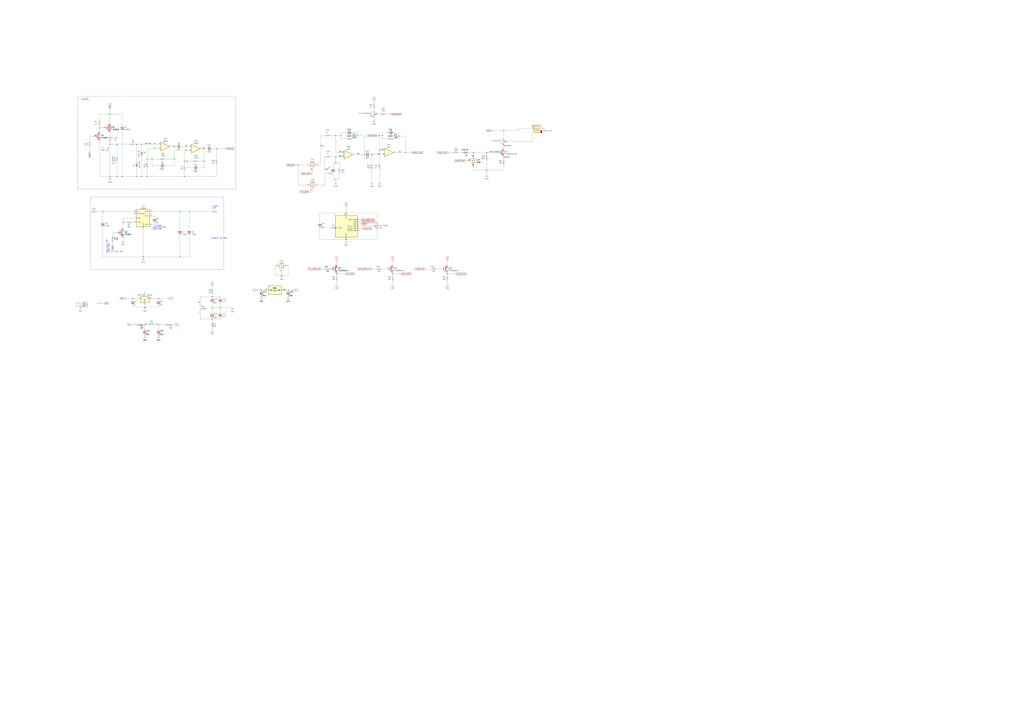
<source format=kicad_sch>
(kicad_sch (version 20211123) (generator eeschema)
  (paper "A0")
  (junction (at 391.16 318.135))
  (junction (at 246.38 357.505))
  (junction (at 471.17 177.165))
  (junction (at 176.53 184.785))
  (junction (at 401.955 278.13))
  (junction (at 462.915 158.115))
  (junction (at 246.38 344.805))
  (junction (at 565.15 177.165))
  (junction (at 127.635 205.105))
  (junction (at 255.905 357.505))
  (junction (at 202.565 184.785))
  (junction (at 154.305 346.71))
  (junction (at 127.635 167.64))
  (junction (at 440.69 157.48))
  (junction (at 549.91 177.165))
  (junction (at 389.89 208.28))
  (junction (at 246.38 370.84))
  (junction (at 135.89 167.64))
  (junction (at 334.645 337.185))
  (junction (at 389.89 189.23))
  (junction (at 440.69 174.625))
  (junction (at 135.89 205.105))
  (junction (at 166.37 298.45))
  (junction (at 565.15 197.485))
  (junction (at 443.865 157.48))
  (junction (at 251.46 172.72))
  (junction (at 119.38 245.745))
  (junction (at 184.15 377.19))
  (junction (at 519.43 318.135))
  (junction (at 213.995 205.105))
  (junction (at 236.855 172.72))
  (junction (at 327.025 320.04))
  (junction (at 389.89 182.245))
  (junction (at 414.655 157.48))
  (junction (at 303.53 337.185))
  (junction (at 236.855 187.325))
  (junction (at 213.995 187.325))
  (junction (at 389.89 157.48))
  (junction (at 164.465 167.64))
  (junction (at 168.275 356.87))
  (junction (at 208.915 298.45))
  (junction (at 142.24 205.105))
  (junction (at 401.955 247.65))
  (junction (at 93.345 355.6))
  (junction (at 431.8 179.705))
  (junction (at 217.17 187.325))
  (junction (at 584.835 151.765))
  (junction (at 219.71 245.745))
  (junction (at 127.635 132.715))
  (junction (at 202.565 170.18))
  (junction (at 422.91 179.705))
  (junction (at 164.465 205.105))
  (junction (at 158.75 167.64))
  (junction (at 170.815 184.785))
  (junction (at 158.75 205.105))
  (junction (at 346.075 191.77))
  (junction (at 170.815 205.105))
  (junction (at 455.93 318.135))
  (junction (at 208.915 245.745))
  (junction (at 395.605 157.48))
  (junction (at 115.57 148.59))
  (junction (at 168.275 377.19))
  (junction (at 142.875 258.445))
  (junction (at 184.15 346.71))
  (no_connect (at 417.195 267.97))
  (no_connect (at 617.855 146.685))
  (no_connect (at 156.21 248.285))
  (wire (pts (xy 434.34 117.475) (xy 434.34 119.38)))
  (wire (pts (xy 142.24 153.035) (xy 142.24 205.105)))
  (wire (pts (xy 127.635 127) (xy 127.635 132.715)))
  (wire (pts (xy 372.11 157.48) (xy 372.11 191.77)))
  (wire (pts (xy 251.46 172.72) (xy 261.62 172.72)))
  (wire (pts (xy 127.635 153.67) (xy 127.635 157.48)))
  (wire (pts (xy 440.69 197.485) (xy 440.69 212.09)))
  (wire (pts (xy 166.37 266.065) (xy 166.37 298.45)))
  (wire (pts (xy 223.52 194.945) (xy 217.17 194.945)))
  (wire (pts (xy 168.275 389.89) (xy 168.275 390.525)))
  (wire (pts (xy 246.38 370.84) (xy 232.41 370.84)))
  (wire (pts (xy 389.89 182.245) (xy 389.89 189.23)))
  (wire (pts (xy 386.715 189.23) (xy 389.89 189.23)))
  (wire (pts (xy 541.02 186.69) (xy 542.29 186.69)))
  (wire (pts (xy 127.635 205.105) (xy 127.635 206.375)))
  (wire (pts (xy 389.89 208.28) (xy 393.7 208.28)))
  (wire (pts (xy 236.855 172.72) (xy 234.95 172.72)))
  (wire (pts (xy 192.405 184.785) (xy 202.565 184.785)))
  (wire (pts (xy 120.015 148.59) (xy 115.57 148.59)))
  (wire (pts (xy 443.865 154.305) (xy 443.865 157.48)))
  (wire (pts (xy 549.91 177.165) (xy 549.91 179.07)))
  (wire (pts (xy 184.15 346.71) (xy 195.58 346.71)))
  (wire (pts (xy 401.955 278.13) (xy 401.955 280.035)))
  (wire (pts (xy 457.835 161.29) (xy 462.915 161.29)))
  (wire (pts (xy 176.53 184.785) (xy 176.53 192.405)))
  (wire (pts (xy 391.16 317.5) (xy 391.16 318.135)))
  (wire (pts (xy 422.91 157.48) (xy 414.655 157.48)))
  (polyline (pts (xy 259.715 313.055) (xy 105.41 313.055)))
  (wire (pts (xy 386.715 189.23) (xy 386.715 194.31)))
  (wire (pts (xy 417.195 260.35) (xy 419.1 260.35)))
  (wire (pts (xy 584.835 172.085) (xy 584.835 168.275)))
  (wire (pts (xy 384.175 312.42) (xy 383.54 312.42)))
  (wire (pts (xy 184.15 377.19) (xy 184.15 382.27)))
  (wire (pts (xy 142.875 265.43) (xy 142.875 258.445)))
  (wire (pts (xy 391.16 327.66) (xy 391.16 330.835)))
  (wire (pts (xy 246.38 342.265) (xy 246.38 344.805)))
  (wire (pts (xy 373.38 312.42) (xy 376.555 312.42)))
  (wire (pts (xy 464.82 318.135) (xy 455.93 318.135)))
  (wire (pts (xy 588.645 164.465) (xy 617.855 164.465)))
  (wire (pts (xy 118.11 352.425) (xy 120.015 352.425)))
  (wire (pts (xy 104.14 176.53) (xy 104.14 171.45)))
  (wire (pts (xy 471.17 177.165) (xy 471.17 158.115)))
  (wire (pts (xy 158.75 167.64) (xy 164.465 167.64)))
  (wire (pts (xy 438.15 247.65) (xy 401.955 247.65)))
  (wire (pts (xy 430.53 179.705) (xy 431.8 179.705)))
  (wire (pts (xy 455.93 327.66) (xy 455.93 330.835)))
  (wire (pts (xy 391.16 302.895) (xy 391.16 307.34)))
  (wire (pts (xy 360.045 222.885) (xy 362.585 222.885)))
  (wire (pts (xy 417.195 257.81) (xy 419.1 257.81)))
  (polyline (pts (xy 259.715 229.235) (xy 259.715 313.055)))
  (wire (pts (xy 346.075 191.77) (xy 354.965 191.77)))
  (wire (pts (xy 443.865 174.625) (xy 440.69 174.625)))
  (wire (pts (xy 198.12 377.19) (xy 202.565 377.19)))
  (wire (pts (xy 142.875 258.445) (xy 146.05 258.445)))
  (wire (pts (xy 471.17 177.165) (xy 477.52 177.165)))
  (wire (pts (xy 115.57 163.195) (xy 115.57 205.105)))
  (wire (pts (xy 208.915 245.745) (xy 208.915 266.065)))
  (wire (pts (xy 393.7 208.28) (xy 393.7 201.93)))
  (wire (pts (xy 115.57 148.59) (xy 115.57 153.035)))
  (wire (pts (xy 455.93 302.895) (xy 455.93 307.34)))
  (wire (pts (xy 153.035 377.19) (xy 156.845 377.19)))
  (wire (pts (xy 438.15 278.13) (xy 401.955 278.13)))
  (wire (pts (xy 299.085 337.185) (xy 303.53 337.185)))
  (wire (pts (xy 327.025 316.865) (xy 327.025 320.04)))
  (wire (pts (xy 93.345 355.6) (xy 93.345 356.87)))
  (wire (pts (xy 431.8 179.705) (xy 443.865 179.705)))
  (wire (pts (xy 168.275 377.19) (xy 168.275 382.27)))
  (wire (pts (xy 184.785 192.405) (xy 176.53 192.405)))
  (wire (pts (xy 384.175 157.48) (xy 389.89 157.48)))
  (wire (pts (xy 422.91 179.705) (xy 422.91 157.48)))
  (wire (pts (xy 119.38 245.745) (xy 156.21 245.745)))
  (wire (pts (xy 192.405 192.405) (xy 202.565 192.405)))
  (wire (pts (xy 184.15 389.89) (xy 184.15 390.525)))
  (wire (pts (xy 142.24 132.715) (xy 127.635 132.715)))
  (wire (pts (xy 158.75 205.105) (xy 164.465 205.105)))
  (wire (pts (xy 395.605 161.29) (xy 401.955 161.29)))
  (wire (pts (xy 154.305 355.6) (xy 154.305 356.87)))
  (wire (pts (xy 565.15 197.485) (xy 565.15 203.2)))
  (polyline (pts (xy 273.685 219.71) (xy 273.685 111.76)))
  (wire (pts (xy 231.14 194.945) (xy 236.855 194.945)))
  (wire (pts (xy 246.38 344.805) (xy 246.38 345.44)))
  (polyline (pts (xy 223.52 111.76) (xy 90.17 111.76)))
  (wire (pts (xy 146.685 346.71) (xy 154.305 346.71)))
  (wire (pts (xy 334.645 309.245) (xy 334.645 320.04)))
  (wire (pts (xy 391.16 318.135) (xy 391.16 320.04)))
  (wire (pts (xy 565.15 177.165) (xy 577.215 177.165)))
  (wire (pts (xy 409.575 161.29) (xy 414.655 161.29)))
  (wire (pts (xy 246.38 370.205) (xy 246.38 370.84)))
  (wire (pts (xy 434.34 136.525) (xy 434.34 139.7)))
  (wire (pts (xy 135.89 205.105) (xy 142.24 205.105)))
  (wire (pts (xy 183.515 377.19) (xy 184.15 377.19)))
  (wire (pts (xy 255.905 345.44) (xy 255.905 344.805)))
  (wire (pts (xy 434.34 127) (xy 434.34 128.905)))
  (wire (pts (xy 414.655 157.48) (xy 414.655 154.305)))
  (wire (pts (xy 127.635 167.64) (xy 127.635 172.72)))
  (wire (pts (xy 443.865 157.48) (xy 443.865 161.29)))
  (wire (pts (xy 127.635 165.1) (xy 127.635 167.64)))
  (wire (pts (xy 354.965 215.265) (xy 346.075 215.265)))
  (wire (pts (xy 395.605 154.305) (xy 395.605 157.48)))
  (wire (pts (xy 617.855 151.765) (xy 617.855 164.465)))
  (wire (pts (xy 303.53 344.805) (xy 303.53 345.44)))
  (wire (pts (xy 440.69 157.48) (xy 443.865 157.48)))
  (wire (pts (xy 142.875 253.365) (xy 156.21 253.365)))
  (wire (pts (xy 507.365 312.42) (xy 511.81 312.42)))
  (wire (pts (xy 246.38 383.54) (xy 246.38 381.635)))
  (wire (pts (xy 130.81 270.51) (xy 130.81 273.685)))
  (wire (pts (xy 448.945 132.715) (xy 452.755 132.715)))
  (wire (pts (xy 127.635 205.105) (xy 115.57 205.105)))
  (wire (pts (xy 334.645 337.185) (xy 340.36 337.185)))
  (wire (pts (xy 602.615 149.225) (xy 602.615 151.765)))
  (wire (pts (xy 584.835 182.245) (xy 584.835 184.785)))
  (wire (pts (xy 164.465 205.105) (xy 170.815 205.105)))
  (wire (pts (xy 565.15 197.485) (xy 584.835 197.485)))
  (wire (pts (xy 549.91 194.31) (xy 549.91 197.485)))
  (wire (pts (xy 401.955 247.65) (xy 371.475 247.65)))
  (wire (pts (xy 202.565 184.785) (xy 202.565 192.405)))
  (wire (pts (xy 164.465 377.19) (xy 168.275 377.19)))
  (wire (pts (xy 565.15 187.325) (xy 565.15 197.485)))
  (wire (pts (xy 119.38 264.795) (xy 119.38 298.45)))
  (wire (pts (xy 246.38 332.74) (xy 246.38 334.645)))
  (wire (pts (xy 532.765 177.165) (xy 536.575 177.165)))
  (polyline (pts (xy 105.41 313.055) (xy 105.41 229.235)))
  (wire (pts (xy 142.24 145.415) (xy 142.24 132.715)))
  (wire (pts (xy 92.71 355.6) (xy 93.345 355.6)))
  (wire (pts (xy 176.53 184.785) (xy 184.785 184.785)))
  (wire (pts (xy 157.48 167.64) (xy 158.75 167.64)))
  (wire (pts (xy 438.15 132.715) (xy 441.325 132.715)))
  (wire (pts (xy 377.19 215.265) (xy 370.205 215.265)))
  (wire (pts (xy 202.565 170.18) (xy 202.565 184.785)))
  (wire (pts (xy 135.89 180.975) (xy 135.89 167.64)))
  (wire (pts (xy 462.915 154.305) (xy 462.915 158.115)))
  (wire (pts (xy 371.475 278.13) (xy 401.955 278.13)))
  (wire (pts (xy 255.905 353.06) (xy 255.905 357.505)))
  (wire (pts (xy 346.075 191.77) (xy 346.075 215.265)))
  (wire (pts (xy 153.67 258.445) (xy 156.21 258.445)))
  (wire (pts (xy 462.915 158.115) (xy 471.17 158.115)))
  (wire (pts (xy 443.865 312.42) (xy 448.31 312.42)))
  (wire (pts (xy 184.15 356.87) (xy 168.275 356.87)))
  (wire (pts (xy 154.305 346.71) (xy 154.305 347.98)))
  (wire (pts (xy 303.53 337.185) (xy 306.705 337.185)))
  (wire (pts (xy 334.645 344.805) (xy 334.645 345.44)))
  (wire (pts (xy 528.32 318.135) (xy 519.43 318.135)))
  (wire (pts (xy 208.915 273.685) (xy 208.915 298.45)))
  (wire (pts (xy 213.995 198.755) (xy 213.995 205.105)))
  (wire (pts (xy 236.855 172.72) (xy 236.855 187.325)))
  (wire (pts (xy 213.995 175.26) (xy 213.995 187.325)))
  (wire (pts (xy 400.05 318.135) (xy 391.16 318.135)))
  (wire (pts (xy 219.71 273.685) (xy 219.71 298.45)))
  (polyline (pts (xy 223.52 111.76) (xy 273.685 111.76)))
  (wire (pts (xy 170.815 184.785) (xy 176.53 184.785)))
  (wire (pts (xy 127.635 175.26) (xy 127.635 205.105)))
  (wire (pts (xy 170.815 172.72) (xy 184.15 172.72)))
  (wire (pts (xy 602.615 149.225) (xy 617.855 149.225)))
  (wire (pts (xy 104.14 158.115) (xy 107.95 158.115)))
  (wire (pts (xy 142.875 258.445) (xy 142.875 253.365)))
  (wire (pts (xy 565.15 177.165) (xy 565.15 179.705)))
  (wire (pts (xy 377.19 182.245) (xy 377.19 215.265)))
  (wire (pts (xy 414.655 157.48) (xy 414.655 161.29)))
  (polyline (pts (xy 105.41 229.235) (xy 109.855 229.235)))
  (wire (pts (xy 255.905 370.205) (xy 255.905 370.84)))
  (wire (pts (xy 130.81 281.305) (xy 130.81 284.48)))
  (wire (pts (xy 376.555 157.48) (xy 372.11 157.48)))
  (wire (pts (xy 440.69 174.625) (xy 440.69 157.48)))
  (wire (pts (xy 184.15 346.71) (xy 184.15 347.98)))
  (wire (pts (xy 443.865 161.29) (xy 450.215 161.29)))
  (wire (pts (xy 319.405 320.04) (xy 327.025 320.04)))
  (wire (pts (xy 246.38 357.505) (xy 246.38 362.585)))
  (wire (pts (xy 389.89 182.245) (xy 396.875 182.245)))
  (wire (pts (xy 217.17 187.325) (xy 217.17 194.945)))
  (wire (pts (xy 176.53 260.985) (xy 179.705 260.985)))
  (wire (pts (xy 213.995 175.26) (xy 219.71 175.26)))
  (wire (pts (xy 247.015 172.72) (xy 251.46 172.72)))
  (wire (pts (xy 219.71 245.745) (xy 219.71 266.065)))
  (wire (pts (xy 164.465 167.64) (xy 184.15 167.64)))
  (wire (pts (xy 184.15 355.6) (xy 184.15 356.87)))
  (wire (pts (xy 549.91 197.485) (xy 565.15 197.485)))
  (wire (pts (xy 544.195 177.165) (xy 549.91 177.165)))
  (wire (pts (xy 432.435 312.42) (xy 436.245 312.42)))
  (wire (pts (xy 164.465 174.625) (xy 164.465 167.64)))
  (wire (pts (xy 111.76 245.745) (xy 119.38 245.745)))
  (wire (pts (xy 170.815 184.785) (xy 170.815 188.595)))
  (wire (pts (xy 438.15 259.08) (xy 438.15 247.65)))
  (wire (pts (xy 389.89 157.48) (xy 395.605 157.48)))
  (wire (pts (xy 371.475 265.43) (xy 371.475 278.13)))
  (wire (pts (xy 92.71 352.425) (xy 94.615 352.425)))
  (wire (pts (xy 202.565 170.18) (xy 203.835 170.18)))
  (wire (pts (xy 269.875 357.505) (xy 255.905 357.505)))
  (wire (pts (xy 166.37 298.45) (xy 166.37 299.72)))
  (wire (pts (xy 386.715 208.28) (xy 389.89 208.28)))
  (wire (pts (xy 213.995 187.325) (xy 213.995 191.135)))
  (wire (pts (xy 213.995 205.105) (xy 170.815 205.105)))
  (wire (pts (xy 213.995 187.325) (xy 217.17 187.325)))
  (wire (pts (xy 450.215 154.305) (xy 443.865 154.305)))
  (wire (pts (xy 170.815 196.215) (xy 170.815 205.105)))
  (wire (pts (xy 519.43 317.5) (xy 519.43 318.135)))
  (wire (pts (xy 572.135 151.765) (xy 584.835 151.765)))
  (wire (pts (xy 119.38 245.745) (xy 119.38 257.175)))
  (wire (pts (xy 494.03 312.42) (xy 499.745 312.42)))
  (wire (pts (xy 412.115 179.705) (xy 422.91 179.705)))
  (wire (pts (xy 93.345 355.6) (xy 94.615 355.6)))
  (wire (pts (xy 255.905 357.505) (xy 246.38 357.505)))
  (polyline (pts (xy 90.17 219.71) (xy 273.685 219.71)))
  (wire (pts (xy 462.915 154.305) (xy 457.835 154.305)))
  (wire (pts (xy 251.46 191.77) (xy 251.46 205.105)))
  (wire (pts (xy 459.105 177.165) (xy 471.17 177.165)))
  (wire (pts (xy 389.89 212.09) (xy 389.89 208.28)))
  (wire (pts (xy 401.955 240.665) (xy 401.955 247.65)))
  (wire (pts (xy 179.705 252.095) (xy 179.705 250.825)))
  (wire (pts (xy 135.89 188.595) (xy 135.89 205.105)))
  (wire (pts (xy 519.43 302.895) (xy 519.43 307.34)))
  (wire (pts (xy 431.8 197.485) (xy 431.8 212.09)))
  (wire (pts (xy 115.57 146.685) (xy 115.57 148.59)))
  (wire (pts (xy 232.41 344.805) (xy 246.38 344.805)))
  (wire (pts (xy 158.75 195.58) (xy 158.75 205.105)))
  (wire (pts (xy 414.655 154.305) (xy 409.575 154.305)))
  (wire (pts (xy 217.17 187.325) (xy 222.885 187.325)))
  (wire (pts (xy 521.335 177.165) (xy 525.145 177.165)))
  (wire (pts (xy 431.8 179.705) (xy 431.8 189.865)))
  (wire (pts (xy 255.905 344.805) (xy 246.38 344.805)))
  (wire (pts (xy 455.93 317.5) (xy 455.93 318.135)))
  (wire (pts (xy 255.905 357.505) (xy 255.905 362.585)))
  (wire (pts (xy 396.875 177.165) (xy 389.89 177.165)))
  (wire (pts (xy 236.855 187.325) (xy 236.855 194.945)))
  (wire (pts (xy 584.835 151.765) (xy 602.615 151.765)))
  (wire (pts (xy 401.955 154.305) (xy 395.605 154.305)))
  (wire (pts (xy 384.81 182.245) (xy 389.89 182.245)))
  (wire (pts (xy 584.835 192.405) (xy 584.835 197.485)))
  (wire (pts (xy 176.53 245.745) (xy 208.915 245.745)))
  (wire (pts (xy 389.89 177.165) (xy 389.89 157.48)))
  (wire (pts (xy 440.69 174.625) (xy 440.69 189.865)))
  (wire (pts (xy 439.42 157.48) (xy 440.69 157.48)))
  (wire (pts (xy 202.565 170.18) (xy 199.39 170.18)))
  (wire (pts (xy 417.195 255.27) (xy 419.1 255.27)))
  (wire (pts (xy 127.635 132.715) (xy 127.635 143.51)))
  (wire (pts (xy 166.37 298.45) (xy 208.915 298.45)))
  (wire (pts (xy 208.915 298.45) (xy 219.71 298.45)))
  (wire (pts (xy 211.455 170.18) (xy 219.71 170.18)))
  (wire (pts (xy 154.305 356.87) (xy 168.275 356.87)))
  (wire (pts (xy 246.38 370.84) (xy 246.38 374.015)))
  (wire (pts (xy 417.195 262.89) (xy 434.34 262.89)))
  (wire (pts (xy 158.75 187.96) (xy 158.75 167.64)))
  (wire (pts (xy 230.505 187.325) (xy 236.855 187.325)))
  (wire (pts (xy 115.57 139.065) (xy 115.57 132.715)))
  (wire (pts (xy 232.41 344.805) (xy 232.41 349.25)))
  (wire (pts (xy 255.905 370.84) (xy 246.38 370.84)))
  (wire (pts (xy 584.835 151.765) (xy 584.835 160.655)))
  (wire (pts (xy 179.705 250.825) (xy 176.53 250.825)))
  (wire (pts (xy 127.635 205.105) (xy 135.89 205.105)))
  (wire (pts (xy 119.38 298.45) (xy 166.37 298.45)))
  (wire (pts (xy 236.855 172.72) (xy 239.395 172.72)))
  (wire (pts (xy 455.93 318.135) (xy 455.93 320.04)))
  (wire (pts (xy 462.915 158.115) (xy 462.915 161.29)))
  (wire (pts (xy 417.195 265.43) (xy 419.735 265.43)))
  (wire (pts (xy 142.875 275.59) (xy 142.875 279.4)))
  (wire (pts (xy 184.15 377.19) (xy 190.5 377.19)))
  (wire (pts (xy 175.895 346.71) (xy 184.15 346.71)))
  (wire (pts (xy 438.15 266.7) (xy 438.15 278.13)))
  (wire (pts (xy 319.405 309.245) (xy 319.405 320.04)))
  (wire (pts (xy 170.815 172.72) (xy 170.815 184.785)))
  (wire (pts (xy 154.305 346.71) (xy 160.655 346.71)))
  (wire (pts (xy 115.57 132.715) (xy 127.635 132.715)))
  (polyline (pts (xy 109.855 229.235) (xy 259.715 229.235)))
  (wire (pts (xy 213.995 205.105) (xy 251.46 205.105)))
  (wire (pts (xy 372.11 191.77) (xy 370.205 191.77)))
  (wire (pts (xy 549.91 177.165) (xy 565.15 177.165)))
  (wire (pts (xy 219.71 245.745) (xy 246.38 245.745)))
  (wire (pts (xy 251.46 172.72) (xy 251.46 184.15)))
  (wire (pts (xy 386.715 201.93) (xy 386.715 208.28)))
  (wire (pts (xy 389.89 189.23) (xy 393.7 189.23)))
  (wire (pts (xy 179.705 259.715) (xy 179.705 260.985)))
  (wire (pts (xy 342.9 191.77) (xy 346.075 191.77)))
  (wire (pts (xy 246.38 353.06) (xy 246.38 357.505)))
  (wire (pts (xy 135.255 270.51) (xy 130.81 270.51)))
  (wire (pts (xy 519.43 327.66) (xy 519.43 330.835)))
  (polyline (pts (xy 90.17 111.76) (xy 90.17 219.71)))
  (wire (pts (xy 164.465 182.245) (xy 164.465 205.105)))
  (wire (pts (xy 135.89 167.64) (xy 149.86 167.64)))
  (wire (pts (xy 232.41 370.84) (xy 232.41 364.49)))
  (wire (pts (xy 127.635 167.64) (xy 135.89 167.64)))
  (wire (pts (xy 142.24 205.105) (xy 158.75 205.105)))
  (wire (pts (xy 104.14 158.115) (xy 104.14 163.83)))
  (wire (pts (xy 327.025 320.04) (xy 334.645 320.04)))
  (wire (pts (xy 519.43 318.135) (xy 519.43 320.04)))
  (wire (pts (xy 393.7 194.31) (xy 393.7 189.23)))
  (wire (pts (xy 362.585 199.39) (xy 362.585 201.93)))
  (wire (pts (xy 208.915 245.745) (xy 219.71 245.745)))
  (wire (pts (xy 395.605 157.48) (xy 395.605 161.29)))
  (wire (pts (xy 332.105 337.185) (xy 334.645 337.185)))
  (wire (pts (xy 168.275 354.33) (xy 168.275 356.87)))
  (wire (pts (xy 371.475 247.65) (xy 371.475 257.81)))
  (text "V+, 1KHz, 5%\n\n" (at 128.905 295.275 0) (effects (font (size 1.27 1.27)) (justify left bottom)))
  (text "Amplifier" (at 94.615 116.205 0) (effects (font (size 1.27 1.27)) (justify left bottom)))
  (text "Keep away from \nsignal path" (at 127 294.005 90) (effects (font (size 1.27 1.27)) (justify left bottom)))
  (text "ceramic" (at 180.34 262.89 0) (effects (font (size 1.27 1.27)) (justify left bottom)))
  (text "Tantalum, low ESR" (at 245.11 277.495 0) (effects (font (size 1.27 1.27)) (justify left bottom)))
  (text "Keep away from \nsignal path" (at 177.165 266.7 0) (effects (font (size 1.27 1.27)) (justify left bottom)))
  (text "~ -4.65V\n~ 2mA" (at 244.475 242.57 0) (effects (font (size 1.27 1.27)) (justify left bottom)))
  (text "+5V\n" (at 106.68 243.205 0) (effects (font (size 1.27 1.27)) (justify left bottom)))
  (label "A" (at 200.66 170.18 0))
  (label "A2+" (at 438.15 179.705 0))
  (label "B2+" (at 393.7 182.245 0))
  (label "B2" (at 414.655 179.705 0))
  (label "raw sig" (at 168.275 167.64 0))
  (label "emitter" (at 584.835 183.515 0))
  (label "out2" (at 377.19 197.485 0))
  (label "B+" (at 215.265 170.18 0))
  (label "A2-" (at 441.96 174.625 0))
  (label "out1" (at 372.11 170.18 0))
  (label "A+" (at 178.435 167.64 0))
  (label "B2-" (at 393.7 177.165 0))
  (label "A-" (at 178.435 172.72 0))
  (label "A2" (at 462.915 177.165 0))
  (label "collector" (at 584.835 170.18 0))
  (label "B" (at 235.585 172.72 0))
  (label "drlng-base" (at 568.325 177.165 0))
  (label "B-" (at 215.265 175.26 0))
  (global_label "EFE_SAMP_PIN" (shape input) (at 419.1 255.27 0) (property "Intersheet References" "${INTERSHEET_REFS}" (effects hide)))
  (global_label "THRESHOLD" (shape input) (at 439.42 157.48 180) (property "Intersheet References" "${INTERSHEET_REFS}" (effects hide)))
  (global_label "BAT+" (shape input) (at 146.685 346.71 180) (property "Intersheet References" "${INTERSHEET_REFS}" (effects hide)))
  (global_label "THRESHOLD" (shape input) (at 452.755 132.715 0) (property "Intersheet References" "${INTERSHEET_REFS}" (effects hide)))
  (global_label "MAIN_SAMP" (shape input) (at 464.82 318.135 0) (property "Intersheet References" "${INTERSHEET_REFS}" (effects hide)))
  (global_label "V-" (shape input) (at 455.93 330.835 270) (property "Intersheet References" "${INTERSHEET_REFS}" (effects hide)))
  (global_label "PWM" (shape input) (at 130.81 284.48 270) (property "Intersheet References" "${INTERSHEET_REFS}" (effects hide)))
  (global_label "EFE_SAMP" (shape input) (at 400.05 318.135 0) (property "Intersheet References" "${INTERSHEET_REFS}" (effects hide)))
  (global_label "MAIN_SAMP_PIN" (shape input) (at 432.435 312.42 180) (property "Intersheet References" "${INTERSHEET_REFS}" (effects hide)))
  (global_label "AMP_SIG" (shape input) (at 261.62 172.72 0) (property "Intersheet References" "${INTERSHEET_REFS}" (effects hide)))
  (global_label "AUDIO_PIN" (shape input) (at 494.03 312.42 180) (property "Intersheet References" "${INTERSHEET_REFS}" (effects hide)))
  (global_label "EFE_SAMP_PIN" (shape input) (at 373.38 312.42 180) (property "Intersheet References" "${INTERSHEET_REFS}" (effects hide)))
  (global_label "V+" (shape input) (at 246.38 332.74 90) (property "Intersheet References" "${INTERSHEET_REFS}" (effects hide)))
  (global_label "AUDIO_PWM" (shape input) (at 528.32 318.135 0) (property "Intersheet References" "${INTERSHEET_REFS}" (effects hide)))
  (global_label "V-" (shape input) (at 299.085 337.185 180) (property "Intersheet References" "${INTERSHEET_REFS}" (effects hide)))
  (global_label "RESULT_OUT" (shape input) (at 477.52 177.165 0) (property "Intersheet References" "${INTERSHEET_REFS}" (effects hide)))
  (global_label "BAT+" (shape input) (at 127.635 127 90) (property "Intersheet References" "${INTERSHEET_REFS}" (effects hide)))
  (global_label "V+" (shape input) (at 111.76 245.745 180) (property "Intersheet References" "${INTERSHEET_REFS}" (effects hide)))
  (global_label "PWM" (shape input) (at 104.14 176.53 270) (property "Intersheet References" "${INTERSHEET_REFS}" (effects hide)))
  (global_label "MAIN_SAMP_PIN" (shape input) (at 419.1 257.81 0) (property "Intersheet References" "${INTERSHEET_REFS}" (effects hide)))
  (global_label "PWM" (shape input) (at 419.1 260.35 0) (property "Intersheet References" "${INTERSHEET_REFS}" (effects hide)))
  (global_label "MAIN_SAMP" (shape input) (at 362.585 201.93 180) (property "Intersheet References" "${INTERSHEET_REFS}" (effects hide)))
  (global_label "V+" (shape input) (at 391.16 302.895 90) (property "Intersheet References" "${INTERSHEET_REFS}" (effects hide)))
  (global_label "V-" (shape input) (at 519.43 330.835 270) (property "Intersheet References" "${INTERSHEET_REFS}" (effects hide)))
  (global_label "V+" (shape input) (at 401.955 240.665 90) (property "Intersheet References" "${INTERSHEET_REFS}" (effects hide)))
  (global_label "V-" (shape input) (at 202.565 377.19 0) (property "Intersheet References" "${INTERSHEET_REFS}" (effects hide)))
  (global_label "BAT+" (shape input) (at 572.135 151.765 180) (property "Intersheet References" "${INTERSHEET_REFS}" (effects hide)))
  (global_label "V+" (shape input) (at 153.035 377.19 180) (property "Intersheet References" "${INTERSHEET_REFS}" (effects hide)))
  (global_label "BAT-" (shape input) (at 94.615 355.6 0) (property "Intersheet References" "${INTERSHEET_REFS}" (effects hide)))
  (global_label "RESULT_OUT" (shape input) (at 521.335 177.165 180) (property "Intersheet References" "${INTERSHEET_REFS}" (effects hide)))
  (global_label "AUDIO_PIN" (shape input) (at 419.735 265.43 0) (property "Intersheet References" "${INTERSHEET_REFS}" (effects hide)))
  (global_label "V+" (shape input) (at 340.36 337.185 0) (property "Intersheet References" "${INTERSHEET_REFS}" (effects hide)))
  (global_label "PWM" (shape input) (at 120.015 352.425 0) (property "Intersheet References" "${INTERSHEET_REFS}" (effects hide)))
  (global_label "AUDIO_PWM" (shape input) (at 541.02 186.69 180) (property "Intersheet References" "${INTERSHEET_REFS}" (effects hide)))
  (global_label "AMP_SIG" (shape input) (at 342.9 191.77 180) (property "Intersheet References" "${INTERSHEET_REFS}" (effects hide)))
  (global_label "V+" (shape input) (at 519.43 302.895 90) (property "Intersheet References" "${INTERSHEET_REFS}" (effects hide)))
  (global_label "V+" (shape input) (at 455.93 302.895 90) (property "Intersheet References" "${INTERSHEET_REFS}" (effects hide)))
  (global_label "V-" (shape input) (at 246.38 245.745 0) (property "Intersheet References" "${INTERSHEET_REFS}" (effects hide)))
  (global_label "V+" (shape input) (at 195.58 346.71 0) (property "Intersheet References" "${INTERSHEET_REFS}" (effects hide)))
  (global_label "V-" (shape input) (at 246.38 383.54 270) (property "Intersheet References" "${INTERSHEET_REFS}" (effects hide)))
  (global_label "EFE_SAMP" (shape input) (at 360.045 222.885 180) (property "Intersheet References" "${INTERSHEET_REFS}" (effects hide)))
  (global_label "BAT+" (shape input) (at 94.615 352.425 0) (property "Intersheet References" "${INTERSHEET_REFS}" (effects hide)))
  (global_label "V-" (shape input) (at 434.34 117.475 90) (property "Intersheet References" "${INTERSHEET_REFS}" (effects hide)))
  (global_label "V-" (shape input) (at 391.16 330.835 270) (property "Intersheet References" "${INTERSHEET_REFS}" (effects hide)))
  (symbol (lib_id "Connector:Conn_01x01_Female") (at 87.63 352.425 180) (unit 1)
    (property "Reference" "J2" (effects hide))
    (property "Value" "BAT+" (effects hide))
    (property "Footprint" "Connector_Wire:SolderWirePad_1x01_SMD_2x4mm" (effects hide))
  )
  (symbol (lib_id "Device:R_US") (at 251.46 187.96 0) (mirror x) (unit 1)
    (property "Reference" "R28" (at 245.745 186.69 0) (effects (justify left)))
    (property "Value" "10k" (at 245.745 189.23 0) (effects (justify left)))
    (property "Footprint" "Resistor_SMD:R_0805_2012Metric" (effects hide))
  )
  (symbol (lib_id "4xxx:4066") (at 319.405 337.185 270) (mirror x) (unit 5)
    (property "Reference" "U4" (at 321.31 337.4201 90) (effects (justify right)))
    (property "Value" "4066" (at 321.31 334.645 90) (effects (justify right)))
    (property "Footprint" "Package_SO:SO-14_3.9x8.65mm_P1.27mm" (effects hide))
    (property "Datasheet" "http://www.ti.com/lit/ds/symlink/cd4066b.pdf" (effects hide))
  )
  (symbol (lib_id "Device:R_US") (at 213.995 194.945 0) (mirror x) (unit 1)
    (property "Reference" "R7" (at 209.55 196.215 0) (effects (justify left)))
    (property "Value" "1k" (at 209.55 193.675 0) (effects (justify left)))
    (property "Footprint" "Resistor_SMD:R_0805_2012Metric" (effects hide))
  )
  (symbol (lib_id "Device:R_US") (at 454.025 161.29 270) (mirror x) (unit 1)
    (property "Reference" "R22" (at 457.2 156.845 90) (effects (justify left)))
    (property "Value" "100k" (at 457.2 159.385 90) (effects (justify left)))
    (property "Footprint" "Resistor_SMD:R_0805_2012Metric" (effects hide))
  )
  (symbol (lib_id "!my-kicad-library:2N3906_2A") (at 453.39 312.42 0) (mirror x) (unit 1)
    (property "Reference" "Q5" (at 458.2414 311.5115 0) (effects (justify left)))
    (property "Value" "2N3906_2A" (at 458.2414 314.2866 0) (effects (justify left)))
    (property "Footprint" "Package_TO_SOT_SMD:SOT-23" (effects hide))
    (property "Datasheet" "https://www.onsemi.com/pdf/datasheet/pzt3906-d.pdf" (effects hide))
  )
  (symbol (lib_id "Device:R_US") (at 393.7 198.12 0) (mirror y) (unit 1)
    (property "Reference" "R17" (at 400.05 200.025 0) (effects (justify left)))
    (property "Value" "220k" (at 400.05 197.485 0) (effects (justify left)))
    (property "Footprint" "Resistor_SMD:R_0805_2012Metric" (effects hide))
  )
  (symbol (lib_id "Device:R_US") (at 405.765 161.29 270) (mirror x) (unit 1)
    (property "Reference" "R18" (at 408.94 156.845 90) (effects (justify left)))
    (property "Value" "220k" (at 408.94 159.385 90) (effects (justify left)))
    (property "Footprint" "Resistor_SMD:R_0805_2012Metric" (effects hide))
  )
  (symbol (lib_id "Amplifier_Operational:OP275") (at 227.33 172.72 0) (unit 2)
    (property "Reference" "U3" (at 227.33 163.6735 0))
    (property "Value" "LM833" (at 227.33 166.4486 0))
    (property "Footprint" "Package_SO:SOIC-8_3.9x4.9mm_P1.27mm" (effects hide))
    (property "Datasheet" "https://www.analog.com/media/en/technical-documentation/data-sheets/OP275.pdf" (effects hide))
  )
  (symbol (lib_id "Device:C") (at 184.15 386.08 0) (unit 1)
    (property "Reference" "C23" (at 186.055 384.175 0) (effects (justify left)))
    (property "Value" "100n" (at 184.785 388.62 0) (effects (justify left)))
    (property "Footprint" "Capacitor_SMD:C_1206_3216Metric" (effects hide))
  )
  (symbol (lib_id "Device:R_Potentiometer_US") (at 584.835 164.465 0) (unit 1)
    (property "Reference" "RV_VOLUME1" (at 583.184 163.5564 0) (effects (justify right)))
    (property "Value" "1k" (at 583.184 166.3316 0) (effects (justify right)))
    (property "Footprint" "Connector_JST:JST_EH_B3B-EH-A_1x03_P2.50mm_Vertical" (effects hide))
  )
  (symbol (lib_id "Device:C_Polarized_US") (at 142.24 149.225 0) (unit 1)
    (property "Reference" "C4" (at 145.161 147.6815 0) (effects (justify left)))
    (property "Value" "1000u" (at 145.161 150.4566 0) (effects (justify left)))
    (property "Footprint" "Capacitor_THT:CP_Radial_D10.0mm_P5.00mm" (effects hide))
  )
  (symbol (lib_id "Connector:AudioJack3") (at 622.935 149.225 0) (mirror y) (unit 1)
    (property "Reference" "J5" (at 630.047 148.9515 0) (effects (justify right)))
    (property "Value" "AudioJack3" (at 630.047 151.7266 0) (effects (justify right)))
    (property "Footprint" "!my-kicad-library:audio-jack" (effects hide))
  )
  (symbol (lib_id "Device:R_US") (at 135.89 184.785 180) (unit 1)
    (property "Reference" "R_DAMP1" (at 133.35 181.61 90) (effects (justify left)))
    (property "Value" "1k 0.25W+" (at 130.81 180.34 90) (effects (justify left)))
    (property "Footprint" "Resistor_THT:R_Axial_DIN0207_L6.3mm_D2.5mm_P10.16mm_Horizontal" (effects hide))
  )
  (symbol (lib_id "Device:R_US") (at 519.43 323.85 0) (mirror y) (unit 1)
    (property "Reference" "R27" (at 517.525 321.945 0) (effects (justify left)))
    (property "Value" "10k" (at 517.525 324.485 0) (effects (justify left)))
    (property "Footprint" "Resistor_SMD:R_0805_2012Metric" (effects hide))
  )
  (symbol (lib_id "Device:C") (at 188.595 192.405 90) (unit 1)
    (property "Reference" "C6" (at 189.865 188.595 90) (effects (justify left)))
    (property "Value" "100pF" (at 191.135 196.215 90) (effects (justify left)))
    (property "Footprint" "Capacitor_SMD:C_1206_3216Metric" (effects hide))
  )
  (symbol (lib_id "Device:R_US") (at 194.31 377.19 270) (mirror x) (unit 1)
    (property "Reference" "R33" (at 196.215 378.46 90) (effects (justify left)))
    (property "Value" "100" (at 196.215 381 90) (effects (justify left)))
    (property "Footprint" "Resistor_SMD:R_0805_2012Metric" (effects hide))
  )
  (symbol (lib_id "power:GND") (at 127.635 206.375 0) (unit 1)
    (property "Reference" "#PWR02" (effects hide))
    (property "Value" "GND" (at 127.635 211.455 0))
  )
  (symbol (lib_id "Device:C") (at 405.765 154.305 90) (unit 1)
    (property "Reference" "C18" (at 407.035 150.495 90) (effects (justify left)))
    (property "Value" "470nF" (at 408.305 158.115 90) (effects (justify left)))
    (property "Footprint" "Capacitor_SMD:C_1206_3216Metric" (effects hide))
  )
  (symbol (lib_id "Device:C") (at 207.645 170.18 90) (unit 1)
    (property "Reference" "C9" (at 208.915 166.37 90) (effects (justify left)))
    (property "Value" "470nF" (at 210.185 173.99 90) (effects (justify left)))
    (property "Footprint" "Capacitor_SMD:C_1206_3216Metric" (effects hide))
  )
  (symbol (lib_id "!my-kicad-library:2N3906_2A") (at 516.89 312.42 0) (mirror x) (unit 1)
    (property "Reference" "Q6" (at 521.7414 311.5115 0) (effects (justify left)))
    (property "Value" "2N3906_2A" (at 521.7414 314.2866 0) (effects (justify left)))
    (property "Footprint" "Package_TO_SOT_SMD:SOT-23" (effects hide))
    (property "Datasheet" "https://www.onsemi.com/pdf/datasheet/pzt3906-d.pdf" (effects hide))
  )
  (symbol (lib_id "Amplifier_Operational:LM358") (at 404.495 179.705 0) (mirror x) (unit 2)
    (property "Reference" "U5" (at 404.495 170.6585 0))
    (property "Value" "tl072" (at 404.495 173.4336 0))
    (property "Footprint" "Package_SO:SOIC-8_3.9x4.9mm_P1.27mm" (effects hide))
    (property "Datasheet" "http://www.ti.com/lit/ds/symlink/lm2904-n.pdf" (effects hide))
  )
  (symbol (lib_id "Device:R_US") (at 445.135 132.715 270) (mirror x) (unit 1)
    (property "Reference" "R25" (at 443.23 126.365 90) (effects (justify left)))
    (property "Value" "22k" (at 443.23 128.905 90) (effects (justify left)))
    (property "Footprint" "Resistor_SMD:R_1206_3216Metric_Pad1.30x1.75mm_HandSolder" (effects hide))
  )
  (symbol (lib_id "Device:R_US") (at 440.69 193.675 0) (mirror x) (unit 1)
    (property "Reference" "R21" (at 434.975 192.405 0) (effects (justify left)))
    (property "Value" "1k" (at 434.975 194.945 0) (effects (justify left)))
    (property "Footprint" "Resistor_SMD:R_0805_2012Metric" (effects hide))
  )
  (symbol (lib_id "Device:C_Polarized_US") (at 219.71 269.875 180) (unit 1)
    (property "Reference" "C8" (at 222.631 269.6015 0) (effects (justify right)))
    (property "Value" "100u" (at 222.631 272.3766 0) (effects (justify right)))
    (property "Footprint" "Capacitor_THT:CP_Radial_D5.0mm_P2.50mm" (effects hide))
  )
  (symbol (lib_id "Device:R_US") (at 565.15 183.515 0) (mirror y) (unit 1)
    (property "Reference" "R30" (at 563.245 181.61 0) (effects (justify left)))
    (property "Value" "100k" (at 563.245 184.15 0) (effects (justify left)))
    (property "Footprint" "Resistor_SMD:R_0805_2012Metric" (effects hide))
  )
  (symbol (lib_id "Device:R_US") (at 455.93 323.85 0) (mirror y) (unit 1)
    (property "Reference" "R23" (at 454.025 321.945 0) (effects (justify left)))
    (property "Value" "10k" (at 454.025 324.485 0) (effects (justify left)))
    (property "Footprint" "Resistor_SMD:R_0805_2012Metric" (effects hide))
  )
  (symbol (lib_id "Device:C_Polarized_US") (at 208.915 269.875 180) (unit 1)
    (property "Reference" "C7" (at 211.836 269.6015 0) (effects (justify right)))
    (property "Value" "100u" (at 211.836 272.3766 0) (effects (justify right)))
    (property "Footprint" "Capacitor_THT:CP_Radial_D5.0mm_P2.50mm" (effects hide))
  )
  (symbol (lib_id "Connector:Conn_01x01_Female") (at 113.03 352.425 180) (unit 1)
    (property "Reference" "J4" (effects hide))
    (property "Value" "PWM" (effects hide))
    (property "Footprint" "Connector_Wire:SolderWirePad_1x01_SMD_2x4mm" (effects hide))
  )
  (symbol (lib_id "Device:R_US") (at 528.955 177.165 270) (mirror x) (unit 1)
    (property "Reference" "R29" (at 527.685 174.625 90) (effects (justify left)))
    (property "Value" "22k" (at 527.685 172.085 90) (effects (justify left)))
    (property "Footprint" "Resistor_SMD:R_0805_2012Metric" (effects hide))
  )
  (symbol (lib_id "power:GND") (at 168.275 390.525 0) (unit 1)
    (property "Reference" "#PWR03" (effects hide))
    (property "Value" "GND" (at 168.275 395.0875 0))
  )
  (symbol (lib_id "power:GND") (at 184.15 390.525 0) (unit 1)
    (property "Reference" "#PWR05" (effects hide))
    (property "Value" "GND" (at 184.15 395.0875 0))
  )
  (symbol (lib_id "MCU_Microchip_ATtiny:ATtiny85-20P") (at 401.955 262.89 0) (unit 1)
    (property "Reference" "U6" (at 388.493 261.9815 0) (effects (justify right)))
    (property "Value" "ATtiny85-20P" (at 396.875 264.795 0) (effects (justify right)))
    (property "Footprint" "Package_DIP:DIP-8_W7.62mm" (effects hide))
    (property "Datasheet" "http://ww1.microchip.com/downloads/en/DeviceDoc/atmel-2586-avr-8-bit-microcontroller-attiny25-attiny45-attiny85_datasheet.pdf" (effects hide))
  )
  (symbol (lib_id "Device:C_Polarized_US") (at 255.905 366.395 0) (unit 1)
    (property "Reference" "C14" (at 258.826 364.8515 0) (effects (justify left)))
    (property "Value" "47u" (at 258.826 367.6266 0) (effects (justify left)))
    (property "Footprint" "Capacitor_Tantalum_SMD:CP_EIA-3528-21_Kemet-B_Pad1.50x2.35mm_HandSolder" (effects hide))
  )
  (symbol (lib_id "Diode:1N4148") (at 158.75 191.77 90) (unit 1)
    (property "Reference" "D1" (at 156.718 192.6785 90) (effects (justify left)))
    (property "Value" "1N4148" (at 161.925 195.58 0) (effects (justify left)))
    (property "Footprint" "Diode_SMD:D_1206_3216Metric" (effects hide))
    (property "Datasheet" "https://assets.nexperia.com/documents/data-sheet/1N4148_1N4448.pdf" (effects hide))
  )
  (symbol (lib_id "power:GND") (at 269.875 357.505 0) (unit 1)
    (property "Reference" "#PWR0103" (effects hide))
    (property "Value" "GND" (at 269.875 362.0675 0))
  )
  (symbol (lib_id "Device:R_US") (at 104.14 167.64 180) (unit 1)
    (property "Reference" "R1" (at 101.6 165.735 90) (effects (justify left)))
    (property "Value" "10k" (at 99.06 165.735 90) (effects (justify left)))
    (property "Footprint" "Resistor_SMD:R_0805_2012Metric" (effects hide))
  )
  (symbol (lib_id "Device:R_US") (at 381 182.245 270) (mirror x) (unit 1)
    (property "Reference" "R15" (at 379.095 175.895 90) (effects (justify left)))
    (property "Value" "1k" (at 379.095 178.435 90) (effects (justify left)))
    (property "Footprint" "Resistor_SMD:R_0805_2012Metric" (effects hide))
  )
  (symbol (lib_id "power:GND") (at 565.15 203.2 0) (unit 1)
    (property "Reference" "#PWR0111" (effects hide))
    (property "Value" "GND" (at 565.15 207.7625 0))
  )
  (symbol (lib_id "Device:C") (at 168.275 386.08 0) (unit 1)
    (property "Reference" "C21" (at 170.18 384.175 0) (effects (justify left)))
    (property "Value" "100n" (at 168.91 388.62 0) (effects (justify left)))
    (property "Footprint" "Capacitor_SMD:C_1206_3216Metric" (effects hide))
  )
  (symbol (lib_id "!my-kicad-library:2N3904") (at 140.335 270.51 0) (unit 1)
    (property "Reference" "Q3" (at 145.1864 269.6015 0) (effects (justify left)))
    (property "Value" "2N3904" (at 145.1864 272.3766 0) (effects (justify left)))
    (property "Footprint" "Package_TO_SOT_SMD:SOT-23" (effects hide))
    (property "Datasheet" "https://www.onsemi.com/pub/Collateral/2N3903-D.PDF" (effects hide))
  )
  (symbol (lib_id "power:GND") (at 401.955 280.035 0) (unit 1)
    (property "Reference" "#PWR06" (effects hide))
    (property "Value" "GND" (at 401.955 284.5975 0))
  )
  (symbol (lib_id "Device:R_US") (at 440.055 312.42 90) (mirror x) (unit 1)
    (property "Reference" "R20" (at 440.69 309.88 90) (effects (justify left)))
    (property "Value" "10k" (at 441.96 314.96 90) (effects (justify left)))
    (property "Footprint" "Resistor_SMD:R_0805_2012Metric" (effects hide))
  )
  (symbol (lib_id "Device:R_US") (at 115.57 142.875 180) (unit 1)
    (property "Reference" "R2" (at 112.395 141.605 0) (effects (justify left)))
    (property "Value" "1k" (at 112.395 144.145 0) (effects (justify left)))
    (property "Footprint" "Resistor_SMD:R_0805_2012Metric" (effects hide))
  )
  (symbol (lib_id "power:GND") (at 142.875 279.4 0) (unit 1)
    (property "Reference" "#PWR0102" (effects hide))
    (property "Value" "GND" (at 142.875 283.9625 0))
  )
  (symbol (lib_id "Device:R_US") (at 170.815 192.405 0) (mirror x) (unit 1)
    (property "Reference" "R6" (at 166.37 193.675 0) (effects (justify left)))
    (property "Value" "100" (at 166.37 191.135 0) (effects (justify left)))
    (property "Footprint" "Resistor_SMD:R_0805_2012Metric" (effects hide))
  )
  (symbol (lib_id "Device:R_US") (at 391.16 323.85 0) (mirror y) (unit 1)
    (property "Reference" "R16" (at 389.255 321.945 0) (effects (justify left)))
    (property "Value" "10k" (at 389.255 324.485 0) (effects (justify left)))
    (property "Footprint" "Resistor_SMD:R_0805_2012Metric" (effects hide))
  )
  (symbol (lib_id "power:GND") (at 431.8 212.09 0) (unit 1)
    (property "Reference" "#PWR0108" (effects hide))
    (property "Value" "GND" (at 431.8 216.6525 0))
  )
  (symbol (lib_id "4xxx:4066") (at 327.025 309.245 0) (mirror x) (unit 3)
    (property "Reference" "U4" (at 327.025 302.8655 0))
    (property "Value" "4066" (at 327.025 305.6406 0))
    (property "Footprint" "Package_SO:SO-14_3.9x8.65mm_P1.27mm" (effects hide))
    (property "Datasheet" "http://www.ti.com/lit/ds/symlink/cd4066b.pdf" (effects hide))
  )
  (symbol (lib_id "Device:C") (at 184.15 351.79 0) (unit 1)
    (property "Reference" "C2" (at 186.055 349.885 0) (effects (justify left)))
    (property "Value" "10u" (at 184.785 354.33 0) (effects (justify left)))
    (property "Footprint" "Capacitor_SMD:C_1206_3216Metric" (effects hide))
  )
  (symbol (lib_id "Regulator_SwitchedCapacitor:LT1054") (at 166.37 253.365 0) (unit 1)
    (property "Reference" "U2" (at 166.37 239.2385 0))
    (property "Value" "LT1054" (at 166.37 242.0136 0))
    (property "Footprint" "Package_SO:SOIC-8_3.9x4.9mm_P1.27mm" (effects hide))
    (property "Datasheet" "https://www.analog.com/media/en/technical-documentation/data-sheets/1054lfh.pdf" (effects hide))
  )
  (symbol (lib_id "power:GND") (at 303.53 345.44 0) (unit 1)
    (property "Reference" "#PWR0104" (effects hide))
    (property "Value" "GND" (at 303.53 350.0025 0))
  )
  (symbol (lib_id "Device:C") (at 371.475 261.62 0) (unit 1)
    (property "Reference" "C24" (at 373.38 259.715 0) (effects (justify left)))
    (property "Value" "100n" (at 372.11 264.16 0) (effects (justify left)))
    (property "Footprint" "Capacitor_SMD:C_1206_3216Metric" (effects hide))
  )
  (symbol (lib_id "!my-kicad-library:2N3904") (at 113.03 158.115 0) (unit 1)
    (property "Reference" "Q1" (at 117.8814 157.2065 0) (effects (justify left)))
    (property "Value" "2N3904" (at 117.8814 159.9816 0) (effects (justify left)))
    (property "Footprint" "Package_TO_SOT_SMD:SOT-23" (effects hide))
    (property "Datasheet" "https://www.onsemi.com/pub/Collateral/2N3903-D.PDF" (effects hide))
  )
  (symbol (lib_id "Device:R_US") (at 153.67 167.64 270) (unit 1)
    (property "Reference" "R5" (at 153.035 165.1 90) (effects (justify left)))
    (property "Value" "1k" (at 153.035 162.56 90) (effects (justify left)))
    (property "Footprint" "Resistor_SMD:R_1206_3216Metric_Pad1.30x1.75mm_HandSolder" (effects hide))
  )
  (symbol (lib_id "Device:R_US") (at 188.595 184.785 270) (mirror x) (unit 1)
    (property "Reference" "R8" (at 187.325 178.435 90) (effects (justify left)))
    (property "Value" "500" (at 187.325 180.975 90) (effects (justify left)))
    (property "Footprint" "Resistor_SMD:R_0805_2012Metric" (effects hide))
  )
  (symbol (lib_id "power:GND") (at 166.37 299.72 0) (unit 1)
    (property "Reference" "#PWR0101" (effects hide))
    (property "Value" "GND" (at 166.37 304.2825 0))
  )
  (symbol (lib_id "Device:R_Potentiometer_US") (at 434.34 132.715 0) (unit 1)
    (property "Reference" "RV_THRESHOLD1" (at 432.6891 131.8065 0) (effects (justify right)))
    (property "Value" "10k" (at 432.6891 134.5816 0) (effects (justify right)))
    (property "Footprint" "Connector_JST:JST_EH_B3B-EH-A_1x03_P2.50mm_Vertical" (effects hide))
  )
  (symbol (lib_id "Amplifier_Operational:LM358") (at 175.895 374.65 90) (unit 3)
    (property "Reference" "U5" (at 175.895 373.3505 90))
    (property "Value" "tl072" (at 175.895 376.1255 90))
    (property "Footprint" "Package_SO:SOIC-8_3.9x4.9mm_P1.27mm" (effects hide))
    (property "Datasheet" "http://www.ti.com/lit/ds/symlink/lm2904-n.pdf" (effects hide))
  )
  (symbol (lib_id "Device:R_US") (at 503.555 312.42 90) (mirror x) (unit 1)
    (property "Reference" "R26" (at 504.19 309.88 90) (effects (justify left)))
    (property "Value" "10k" (at 505.46 314.96 90) (effects (justify left)))
    (property "Footprint" "Resistor_SMD:R_0805_2012Metric" (effects hide))
  )
  (symbol (lib_id "4xxx:4066") (at 362.585 215.265 180) (unit 2)
    (property "Reference" "U4" (at 362.585 208.8855 0))
    (property "Value" "4066" (at 362.585 211.6606 0))
    (property "Footprint" "Package_SO:SO-14_3.9x8.65mm_P1.27mm" (effects hide))
    (property "Datasheet" "http://www.ti.com/lit/ds/symlink/cd4066b.pdf" (effects hide))
  )
  (symbol (lib_id "Device:C_Polarized_US") (at 255.905 349.25 0) (unit 1)
    (property "Reference" "C12" (at 258.826 347.7065 0) (effects (justify left)))
    (property "Value" "47u" (at 258.826 350.4816 0) (effects (justify left)))
    (property "Footprint" "Capacitor_Tantalum_SMD:CP_EIA-3528-21_Kemet-B_Pad1.50x2.35mm_HandSolder" (effects hide))
  )
  (symbol (lib_id "Regulator_Linear:MCP1703A-5002_SOT223") (at 168.275 346.71 0) (unit 1)
    (property "Reference" "U1" (at 168.275 340.36 0))
    (property "Value" "MCP1703T-5002E" (at 168.275 342.9 0))
    (property "Footprint" "Package_TO_SOT_SMD:SOT-223-3_TabPin2" (effects hide))
    (property "Datasheet" "http://ww1.microchip.com/downloads/en/DeviceDoc/20005122B.pdf" (effects hide))
  )
  (symbol (lib_id "Device:R_US") (at 431.8 193.675 0) (mirror x) (unit 1)
    (property "Reference" "R19" (at 426.085 192.405 0) (effects (justify left)))
    (property "Value" "220k" (at 426.085 194.945 0) (effects (justify left)))
    (property "Footprint" "Resistor_SMD:R_0805_2012Metric" (effects hide))
  )
  (symbol (lib_id "Diode:1N4148") (at 540.385 177.165 180) (unit 1)
    (property "Reference" "D3" (at 541.2935 179.197 90) (effects (justify left)))
    (property "Value" "1N4148" (at 543.56 173.99 0) (effects (justify left)))
    (property "Footprint" "Diode_SMD:D_1206_3216Metric" (effects hide))
    (property "Datasheet" "https://assets.nexperia.com/documents/data-sheet/1N4148_1N4448.pdf" (effects hide))
  )
  (symbol (lib_id "Device:R_US") (at 160.655 377.19 270) (mirror x) (unit 1)
    (property "Reference" "R32" (at 162.56 378.46 90) (effects (justify left)))
    (property "Value" "100" (at 162.56 381 90) (effects (justify left)))
    (property "Footprint" "Resistor_SMD:R_0805_2012Metric" (effects hide))
  )
  (symbol (lib_id "Device:C") (at 154.305 351.79 0) (unit 1)
    (property "Reference" "C1" (at 156.21 349.885 0) (effects (justify left)))
    (property "Value" "1u" (at 154.94 354.33 0) (effects (justify left)))
    (property "Footprint" "Capacitor_SMD:C_1206_3216Metric" (effects hide))
  )
  (symbol (lib_id "Device:R_US") (at 246.38 338.455 0) (mirror x) (unit 1)
    (property "Reference" "R11" (at 241.935 339.725 0) (effects (justify left)))
    (property "Value" "330" (at 241.935 337.185 0) (effects (justify left)))
    (property "Footprint" "Resistor_SMD:R_0805_2012Metric" (effects hide))
  )
  (symbol (lib_id "power:GND") (at 168.275 356.87 0) (unit 1)
    (property "Reference" "#PWR01" (effects hide))
    (property "Value" "GND" (at 168.275 361.4325 0))
  )
  (symbol (lib_id "!my-kicad-library:2N3906_2A") (at 388.62 312.42 0) (mirror x) (unit 1)
    (property "Reference" "Q4" (at 393.4714 311.5115 0) (effects (justify left)))
    (property "Value" "2N3906_2A" (at 393.4714 314.2866 0) (effects (justify left)))
    (property "Footprint" "Package_TO_SOT_SMD:SOT-23" (effects hide))
    (property "Datasheet" "https://www.onsemi.com/pdf/datasheet/pzt3906-d.pdf" (effects hide))
  )
  (symbol (lib_id "Device:C") (at 426.72 179.705 90) (unit 1)
    (property "Reference" "C19" (at 427.99 175.895 90) (effects (justify left)))
    (property "Value" "470nF" (at 429.26 183.515 90) (effects (justify left)))
    (property "Footprint" "Capacitor_SMD:C_1206_3216Metric" (effects hide))
  )
  (symbol (lib_id "Device:R_US") (at 380.365 312.42 90) (mirror x) (unit 1)
    (property "Reference" "R14" (at 381 309.88 90) (effects (justify left)))
    (property "Value" "10k" (at 382.27 314.96 90) (effects (justify left)))
    (property "Footprint" "Resistor_SMD:R_0805_2012Metric" (effects hide))
  )
  (symbol (lib_id "Device:R_US") (at 226.695 187.325 270) (mirror x) (unit 1)
    (property "Reference" "R10" (at 225.425 180.975 90) (effects (justify left)))
    (property "Value" "200k" (at 225.425 183.515 90) (effects (justify left)))
    (property "Footprint" "Resistor_SMD:R_0805_2012Metric" (effects hide))
  )
  (symbol (lib_id "Device:C") (at 179.705 255.905 0) (unit 1)
    (property "Reference" "C5" (at 181.61 254 0) (effects (justify left)))
    (property "Value" "22u" (at 180.34 258.445 0) (effects (justify left)))
    (property "Footprint" "Capacitor_SMD:C_1206_3216Metric" (effects hide))
  )
  (symbol (lib_id "power:GND") (at 434.34 139.7 0) (unit 1)
    (property "Reference" "#PWR0110" (effects hide))
    (property "Value" "GND" (at 434.34 144.2625 0))
  )
  (symbol (lib_id "power:GND") (at 334.645 345.44 0) (unit 1)
    (property "Reference" "#PWR0105" (effects hide))
    (property "Value" "GND" (at 334.645 350.0025 0))
  )
  (symbol (lib_id "Device:C") (at 243.205 172.72 90) (unit 1)
    (property "Reference" "C22" (at 244.475 168.91 90) (effects (justify left)))
    (property "Value" "470nF" (at 245.745 176.53 90) (effects (justify left)))
    (property "Footprint" "Capacitor_SMD:C_1206_3216Metric" (effects hide))
  )
  (symbol (lib_id "Device:C_Polarized_US") (at 119.38 260.985 0) (unit 1)
    (property "Reference" "C3" (at 122.301 259.4415 0) (effects (justify left)))
    (property "Value" "100u" (at 122.301 262.2166 0) (effects (justify left)))
    (property "Footprint" "Capacitor_Tantalum_SMD:CP_EIA-7361-438_AVX-U_Pad2.18x3.30mm_HandSolder" (effects hide))
  )
  (symbol (lib_id "Device:R_US") (at 584.835 188.595 0) (mirror y) (unit 1)
    (property "Reference" "R31" (at 582.93 186.69 0) (effects (justify left)))
    (property "Value" "150" (at 582.93 189.23 0) (effects (justify left)))
    (property "Footprint" "Resistor_SMD:R_0805_2012Metric" (effects hide))
  )
  (symbol (lib_id "Device:R_US") (at 149.86 258.445 270) (unit 1)
    (property "Reference" "R9" (at 147.955 260.985 90) (effects (justify left)))
    (property "Value" "20k" (at 147.955 263.525 90) (effects (justify left)))
    (property "Footprint" "Resistor_SMD:R_0805_2012Metric" (effects hide))
  )
  (symbol (lib_id "Device:R_US") (at 246.38 377.825 0) (mirror y) (unit 1)
    (property "Reference" "R12" (at 250.825 376.555 0) (effects (justify left)))
    (property "Value" "330" (at 250.825 379.095 0) (effects (justify left)))
    (property "Footprint" "Resistor_SMD:R_1206_3216Metric_Pad1.30x1.75mm_HandSolder" (effects hide))
  )
  (symbol (lib_id "power:GND") (at 440.69 212.09 0) (unit 1)
    (property "Reference" "#PWR0109" (effects hide))
    (property "Value" "GND" (at 440.69 216.6525 0))
  )
  (symbol (lib_id "Device:C") (at 227.33 194.945 90) (unit 1)
    (property "Reference" "C11" (at 228.6 191.135 90) (effects (justify left)))
    (property "Value" "100pF" (at 229.87 198.755 90) (effects (justify left)))
    (property "Footprint" "Capacitor_SMD:C_1206_3216Metric" (effects hide))
  )
  (symbol (lib_id "Connector:Conn_01x01_Female") (at 87.63 355.6 180) (unit 1)
    (property "Reference" "J3" (effects hide))
    (property "Value" "BAT-" (effects hide))
    (property "Footprint" "Connector_Wire:SolderWirePad_1x01_SMD_2x4mm" (effects hide))
  )
  (symbol (lib_id "Device:C") (at 334.645 340.995 0) (unit 1)
    (property "Reference" "C16" (at 336.55 339.09 0) (effects (justify left)))
    (property "Value" "100n" (at 335.28 343.535 0) (effects (justify left)))
    (property "Footprint" "Capacitor_SMD:C_1206_3216Metric" (effects hide))
  )
  (symbol (lib_id "Device:C") (at 386.715 198.12 180) (unit 1)
    (property "Reference" "C17" (at 384.81 194.31 0) (effects (justify left)))
    (property "Value" "470nF" (at 386.08 201.295 0) (effects (justify left)))
    (property "Footprint" "Capacitor_SMD:C_1206_3216Metric" (effects hide))
  )
  (symbol (lib_id "Amplifier_Operational:OP275") (at 191.77 170.18 0) (unit 1)
    (property "Reference" "U3" (at 191.77 161.1335 0))
    (property "Value" "LM833" (at 191.77 163.9086 0))
    (property "Footprint" "Package_SO:SOIC-8_3.9x4.9mm_P1.27mm" (effects hide))
    (property "Datasheet" "https://www.analog.com/media/en/technical-documentation/data-sheets/OP275.pdf" (effects hide))
  )
  (symbol (lib_id "4xxx:4066") (at 362.585 191.77 0) (mirror x) (unit 1)
    (property "Reference" "U4" (at 362.585 185.3905 0))
    (property "Value" "4066" (at 362.585 188.1656 0))
    (property "Footprint" "Package_SO:SO-14_3.9x8.65mm_P1.27mm" (effects hide))
    (property "Datasheet" "http://www.ti.com/lit/ds/symlink/cd4066b.pdf" (effects hide))
  )
  (symbol (lib_id "Device:R_US") (at 130.81 277.495 0) (mirror x) (unit 1)
    (property "Reference" "R3" (at 133.35 275.59 90) (effects (justify left)))
    (property "Value" "10k" (at 135.89 275.59 90) (effects (justify left)))
    (property "Footprint" "Resistor_SMD:R_0805_2012Metric" (effects hide))
  )
  (symbol (lib_id "Connector:Conn_01x02_Female") (at 122.555 175.26 180) (unit 1)
    (property "Reference" "J1" (at 119.38 171.8499 0))
    (property "Value" "COIL" (at 119.38 174.625 0))
    (property "Footprint" "TerminalBlock_Phoenix:TerminalBlock_Phoenix_MKDS-1,5-2-5.08_1x02_P5.08mm_Horizontal" (effects hide))
  )
  (symbol (lib_id "power:GND") (at 93.345 356.87 0) (unit 1)
    (property "Reference" "#PWR04" (effects hide))
    (property "Value" "GND" (at 93.345 361.4325 0))
  )
  (symbol (lib_id "Transistor_FET:IRF9540N") (at 125.095 148.59 0) (mirror x) (unit 1)
    (property "Reference" "Q2" (at 130.302 147.6815 0) (effects (justify left)))
    (property "Value" "IRF9610" (at 130.302 150.4566 0) (effects (justify left)))
    (property "Footprint" "Package_TO_SOT_THT:TO-220-3_Vertical" (effects hide))
    (property "Datasheet" "https://www.vishay.com/docs/91080/91080.pdf" (effects hide))
  )
  (symbol (lib_id "Amplifier_Operational:OP275") (at 234.95 356.87 0) (unit 3)
    (property "Reference" "U3" (at 233.045 355.9615 0) (effects (justify left)))
    (property "Value" "LM833" (at 233.045 358.7366 0) (effects (justify left)))
    (property "Footprint" "Package_SO:SOIC-8_3.9x4.9mm_P1.27mm" (effects hide))
    (property "Datasheet" "https://www.analog.com/media/en/technical-documentation/data-sheets/OP275.pdf" (effects hide))
  )
  (symbol (lib_id "Device:R_US") (at 434.34 123.19 0) (mirror x) (unit 1)
    (property "Reference" "R24" (at 428.625 121.92 0) (effects (justify left)))
    (property "Value" "47k" (at 428.625 124.46 0) (effects (justify left)))
    (property "Footprint" "Resistor_SMD:R_0805_2012Metric" (effects hide))
  )
  (symbol (lib_id "Device:C") (at 246.38 366.395 0) (unit 1)
    (property "Reference" "C10" (at 248.285 364.49 0) (effects (justify left)))
    (property "Value" "100n" (at 247.015 368.935 0) (effects (justify left)))
    (property "Footprint" "Capacitor_SMD:C_1206_3216Metric" (effects hide))
  )
  (symbol (lib_id "4xxx:4066") (at 549.91 186.69 90) (mirror x) (unit 4)
    (property "Reference" "U4" (at 553.085 185.7815 90) (effects (justify right)))
    (property "Value" "4066" (at 553.085 188.5566 90) (effects (justify right)))
    (property "Footprint" "Package_SO:SO-14_3.9x8.65mm_P1.27mm" (effects hide))
    (property "Datasheet" "http://www.ti.com/lit/ds/symlink/cd4066b.pdf" (effects hide))
  )
  (symbol (lib_id "Device:C") (at 454.025 154.305 90) (unit 1)
    (property "Reference" "C20" (at 455.295 150.495 90) (effects (justify left)))
    (property "Value" "100nF" (at 456.565 158.115 90) (effects (justify left)))
    (property "Footprint" "Capacitor_SMD:C_1206_3216Metric" (effects hide))
  )
  (symbol (lib_id "Device:Q_NPN_Darlington_BEC") (at 582.295 177.165 0) (unit 1)
    (property "Reference" "Q7" (at 587.1464 176.2565 0) (effects (justify left)))
    (property "Value" "MMBTA13LT3G" (at 587.1464 179.0316 0) (effects (justify left)))
    (property "Footprint" "Package_TO_SOT_SMD:SOT-23" (effects hide))
  )
  (symbol (lib_id "power:GND") (at 327.025 320.04 0) (unit 1)
    (property "Reference" "#PWR0106" (effects hide))
    (property "Value" "GND" (at 327.025 324.6025 0))
  )
  (symbol (lib_id "Device:C") (at 303.53 340.995 0) (unit 1)
    (property "Reference" "C15" (at 305.435 339.09 0) (effects (justify left)))
    (property "Value" "100n" (at 304.165 343.535 0) (effects (justify left)))
    (property "Footprint" "Capacitor_SMD:C_1206_3216Metric" (effects hide))
  )
  (symbol (lib_id "Amplifier_Operational:LM358") (at 451.485 177.165 0) (mirror x) (unit 1)
    (property "Reference" "U5" (at 451.485 168.1185 0))
    (property "Value" "tl072" (at 451.485 170.8936 0))
    (property "Footprint" "Package_SO:SOIC-8_3.9x4.9mm_P1.27mm" (effects hide))
    (property "Datasheet" "http://www.ti.com/lit/ds/symlink/lm2904-n.pdf" (effects hide))
  )
  (symbol (lib_id "Device:C") (at 246.38 349.25 0) (unit 1)
    (property "Reference" "C13" (at 248.285 347.345 0) (effects (justify left)))
    (property "Value" "100n" (at 247.015 351.79 0) (effects (justify left)))
    (property "Footprint" "Capacitor_SMD:C_1206_3216Metric" (effects hide))
  )
  (symbol (lib_id "Device:R_US") (at 127.635 161.29 0) (unit 1)
    (property "Reference" "R4" (at 132.715 162.56 0) (effects (justify left)))
    (property "Value" "5.1 1W+" (at 128.905 160.02 0) (effects (justify left)))
    (property "Footprint" "Resistor_THT:R_Axial_DIN0411_L9.9mm_D3.6mm_P12.70mm_Horizontal" (effects hide))
  )
  (symbol (lib_id "Diode:1N4148") (at 164.465 178.435 270) (unit 1)
    (property "Reference" "D2" (at 166.497 177.5265 90) (effects (justify left)))
    (property "Value" "1N4148" (at 161.29 175.26 0) (effects (justify left)))
    (property "Footprint" "Diode_SMD:D_1206_3216Metric" (effects hide))
    (property "Datasheet" "https://assets.nexperia.com/documents/data-sheet/1N4148_1N4448.pdf" (effects hide))
  )
  (symbol (lib_id "Device:R_US") (at 380.365 157.48 270) (mirror x) (unit 1)
    (property "Reference" "R13" (at 378.46 151.13 90) (effects (justify left)))
    (property "Value" "1k" (at 378.46 153.67 90) (effects (justify left)))
    (property "Footprint" "Resistor_SMD:R_0805_2012Metric" (effects hide))
  )
  (symbol (lib_id "Device:R_Potentiometer_US") (at 438.15 262.89 0) (mirror y) (unit 1)
    (property "Reference" "RV_TIMING1" (at 439.801 261.9814 0) (effects (justify right)))
    (property "Value" "10k" (at 439.801 264.7566 0) (effects (justify right)))
    (property "Footprint" "Connector_JST:JST_EH_B3B-EH-A_1x03_P2.50mm_Vertical" (effects hide))
  )
  (symbol (lib_id "power:GND") (at 389.89 212.09 0) (unit 1)
    (property "Reference" "#PWR0107" (effects hide))
    (property "Value" "GND" (at 389.89 216.6525 0))
  )
)
</source>
